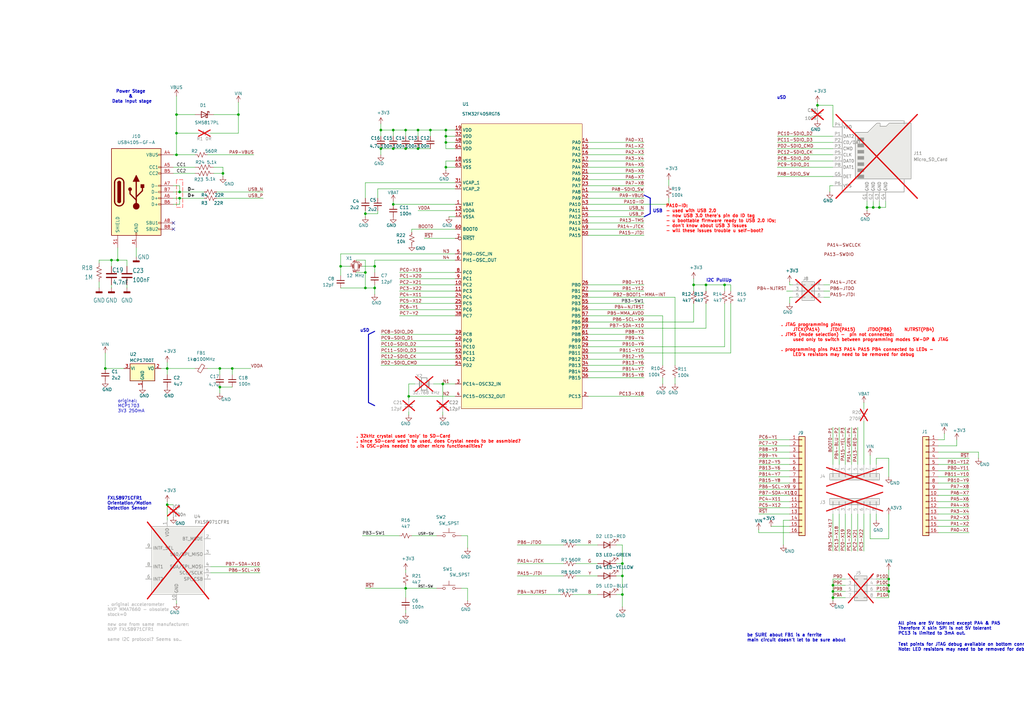
<source format=kicad_sch>
(kicad_sch (version 20250114) (generator "eeschema") (generator_version "9.0")
  (paper "A3")
  (text "I2C PullUp" (at 294.894 115.062 0) (effects (font (size 1.27 1.27) (thickness 0.254) (bold yes))))
  (text "Test points for JTAG debug available on bottom connector\nNote: LED resistors may need to be removed for debug (tbd)." (at 368.3 265.43 0) (effects (font (size 1.27 1.27) (thickness 0.254) (bold yes)) (justify left)))
  (text "USB" (at 269.748 86.614 0) (effects (font (size 1.27 1.27) (thickness 0.254) (bold yes))))
  (text "original:\nMCP1703 \n3V3 250mA" (at 48.26 166.624 0) (effects (font (size 1.27 1.27)) (justify left)))
  (text "All pins are 5V tolerant except PA4 & PA5\nTherefore X skin SPI is not 5V tolerant\nPC13 is limited to 3mA out." (at 368.3 257.81 0) (effects (font (size 1.27 1.27) (thickness 0.254) (bold yes)) (justify left)))
  (text "be SURE about FB1 is a ferrite\nmain circuit doesn't let to be sure about\n" (at 306.324 261.62 0) (effects (font (size 1.27 1.27) (thickness 0.254) (bold yes)) (justify left)))
  (text "uSD" (at 149.606 135.636 0) (effects (font (size 1.27 1.27) (thickness 0.254) (bold yes))))
  (text "PA10-ID: \n- used with USB 2.0\n- now USB 3.0 there's pin do ID tag\n- u boottable firmware ready to USB 2.0 IOs; \n- don't know about USB 3 issues\n- will these issues trouble u self-boot?" (at 273.05 89.662 0) (effects (font (size 1.27 1.27) (thickness 0.254) (bold yes)) (justify left)))
  (text "Power Stage \n& \nData Input stage" (at 54.102 39.624 0) (effects (font (size 1.27 1.27) (thickness 0.254) (bold yes))))
  (text ". JTAG programming pins:\n	JTCK(PA14)	JTDI(PA15)	JTDO(PB6)	NJTRST(PB4)\n. JTMS (mode selection) -  pin not connected: \n	used only to switch between programming modes SW-DP & JTAG\n\n. programming pins PA13 PA14 PA15 PB4 connected to LEDs - \n	LED's resistors may need to be removed for debug\n\n" (at 320.294 140.462 0) (effects (font (size 1.27 1.27) (thickness 0.254) (bold yes)) (justify left)))
  (text "FXLS8971CFR1\nOrientation/Motion\nDetection Sensor\n" (at 43.942 206.502 0) (effects (font (size 1.27 1.27) (thickness 0.254) (bold yes)) (justify left)))
  (text "uSD" (at 320.548 40.132 0) (effects (font (size 1.27 1.27) (thickness 0.254) (bold yes))))
  (text ". 32kHz crystal used 'only' to SD-Card\n. since SD-card won't be used, does Crystal needs to be assmbled?\n. is OSC-pins needed to other micro functionalities?\n" (at 146.05 181.102 0) (effects (font (size 1.27 1.27) (thickness 0.254) (bold yes)) (justify left)))
  (text ". original accelerometer\nNXP MMA7660 - obsolete \nstock=0\n\nnew one from same manufacturer:\nNXP FXLS8971CFR1\n\nsame I2C protocol? Seems so..\n" (at 43.942 255.27 0) (effects (font (size 1.27 1.27) (thickness 0.254) (bold yes)) (justify left)))
  (junction (at 355.6 85.09))
  (junction (at 284.48 116.84))
  (junction (at 90.17 151.13))
  (junction (at 139.7 109.22))
  (junction (at 149.86 87.63))
  (junction (at 161.29 83.82))
  (junction (at 255.27 231.14))
  (junction (at 72.39 54.61))
  (junction (at 156.21 60.96))
  (junction (at 90.17 158.75))
  (junction (at 45.72 106.68))
  (junction (at 167.64 162.56))
  (junction (at 73.66 81.28))
  (junction (at 255.27 243.84))
  (junction (at 149.86 118.11))
  (junction (at 182.88 53.34))
  (junction (at 91.44 71.12))
  (junction (at 68.58 207.01))
  (junction (at 358.14 85.09))
  (junction (at 171.45 53.34))
  (junction (at 95.25 151.13))
  (junction (at 171.45 60.96))
  (junction (at 364.49 242.57))
  (junction (at 182.88 68.58))
  (junction (at 289.56 116.84))
  (junction (at 156.21 53.34))
  (junction (at 72.39 63.5))
  (junction (at 364.49 237.49))
  (junction (at 182.88 55.88))
  (junction (at 43.18 151.13))
  (junction (at 166.37 60.96))
  (junction (at 153.67 109.22))
  (junction (at 161.29 53.34))
  (junction (at 176.53 53.34))
  (junction (at 341.63 245.11))
  (junction (at 68.58 151.13))
  (junction (at 97.79 46.99))
  (junction (at 182.88 58.42))
  (junction (at 341.63 242.57))
  (junction (at 161.29 60.96))
  (junction (at 166.37 241.3))
  (junction (at 181.61 157.48))
  (junction (at 341.63 240.03))
  (junction (at 335.28 43.18))
  (junction (at 153.67 118.11))
  (junction (at 72.39 46.99))
  (junction (at 149.86 111.76))
  (junction (at 73.66 78.74))
  (junction (at 166.37 53.34))
  (junction (at 48.26 106.68))
  (junction (at 297.18 116.84))
  (junction (at 364.49 240.03))
  (junction (at 360.68 85.09))
  (junction (at 255.27 236.22))
  (no_connect (at 71.12 91.44))
  (no_connect (at 71.12 93.98))
  (wire (pts (xy 335.28 43.18) (xy 341.63 43.18)))
  (wire (pts (xy 186.69 129.54) (xy 163.83 129.54)))
  (wire (pts (xy 182.88 66.04) (xy 186.69 66.04)))
  (wire (pts (xy 392.43 180.34) (xy 392.43 182.88)))
  (wire (pts (xy 340.36 121.92) (xy 337.82 121.92)))
  (wire (pts (xy 341.63 237.49) (xy 341.63 240.03)))
  (wire (pts (xy 86.36 234.95) (xy 106.68 234.95)))
  (wire (pts (xy 166.37 241.3) (xy 166.37 245.11)))
  (wire (pts (xy 241.3 132.08) (xy 284.48 132.08)))
  (wire (pts (xy 85.09 151.13) (xy 90.17 151.13)))
  (wire (pts (xy 355.6 82.55) (xy 355.6 85.09)))
  (wire (pts (xy 166.37 240.03) (xy 166.37 241.3)))
  (wire (pts (xy 311.15 217.17) (xy 311.15 218.44)))
  (wire (pts (xy 161.29 60.96) (xy 156.21 60.96)))
  (wire (pts (xy 341.63 237.49) (xy 346.71 237.49)))
  (wire (pts (xy 90.17 158.75) (xy 95.25 158.75)))
  (wire (pts (xy 241.3 124.46) (xy 264.16 124.46)))
  (wire (pts (xy 139.7 118.11) (xy 149.86 118.11)))
  (wire (pts (xy 186.69 119.38) (xy 163.83 119.38)))
  (wire (pts (xy 297.18 116.84) (xy 299.72 116.84)))
  (wire (pts (xy 176.53 53.34) (xy 176.53 55.88)))
  (wire (pts (xy 154.94 87.63) (xy 149.86 87.63)))
  (wire (pts (xy 384.81 187.96) (xy 397.51 187.96)))
  (wire (pts (xy 241.3 134.62) (xy 289.56 134.62)))
  (wire (pts (xy 384.81 208.28) (xy 397.51 208.28)))
  (wire (pts (xy 86.36 54.61) (xy 97.79 54.61)))
  (wire (pts (xy 341.63 242.57) (xy 346.71 242.57)))
  (wire (pts (xy 182.88 55.88) (xy 182.88 53.34)))
  (wire (pts (xy 284.48 116.84) (xy 289.56 116.84)))
  (wire (pts (xy 311.15 185.42) (xy 323.85 185.42)))
  (wire (pts (xy 72.39 46.99) (xy 72.39 54.61)))
  (wire (pts (xy 344.17 210.82) (xy 344.17 226.06)))
  (wire (pts (xy 48.26 106.68) (xy 52.07 106.68)) (stroke (width 0.1524)))
  (wire (pts (xy 156.21 50.8) (xy 156.21 53.34)))
  (wire (pts (xy 340.36 119.38) (xy 337.82 119.38)))
  (wire (pts (xy 212.09 231.14) (xy 231.14 231.14)))
  (wire (pts (xy 52.07 116.84) (xy 52.07 118.11)))
  (wire (pts (xy 167.64 157.48) (xy 170.18 157.48)))
  (wire (pts (xy 276.86 121.92) (xy 276.86 149.86)))
  (wire (pts (xy 241.3 96.52) (xy 264.16 96.52)))
  (wire (pts (xy 167.64 162.56) (xy 167.64 157.48)))
  (wire (pts (xy 341.63 76.2) (xy 340.36 76.2)))
  (wire (pts (xy 341.63 245.11) (xy 346.71 245.11)))
  (wire (pts (xy 355.6 85.09) (xy 355.6 86.36)))
  (wire (pts (xy 40.64 106.68) (xy 45.72 106.68)) (stroke (width 0.1524)))
  (wire (pts (xy 186.69 124.46) (xy 163.83 124.46)))
  (wire (pts (xy 311.15 193.04) (xy 323.85 193.04)))
  (wire (pts (xy 186.69 111.76) (xy 163.83 111.76)))
  (wire (pts (xy 97.79 46.99) (xy 87.63 46.99)))
  (wire (pts (xy 66.04 151.13) (xy 68.58 151.13)))
  (wire (pts (xy 341.63 175.26) (xy 341.63 190.5)))
  (wire (pts (xy 358.14 82.55) (xy 358.14 85.09)))
  (wire (pts (xy 341.63 240.03) (xy 341.63 242.57)))
  (wire (pts (xy 234.95 243.84) (xy 245.11 243.84)))
  (wire (pts (xy 149.86 87.63) (xy 149.86 88.9)))
  (wire (pts (xy 161.29 53.34) (xy 166.37 53.34)))
  (wire (pts (xy 166.37 241.3) (xy 179.07 241.3)))
  (wire (pts (xy 384.81 203.2) (xy 397.51 203.2)))
  (wire (pts (xy 189.23 219.71) (xy 191.77 219.71)))
  (wire (pts (xy 71.12 81.28) (xy 73.66 81.28)))
  (wire (pts (xy 161.29 83.82) (xy 186.69 83.82)))
  (wire (pts (xy 87.63 71.12) (xy 91.44 71.12)))
  (wire (pts (xy 311.15 195.58) (xy 323.85 195.58)))
  (wire (pts (xy 153.67 106.68) (xy 153.67 109.22)))
  (wire (pts (xy 384.81 218.44) (xy 397.51 218.44)))
  (wire (pts (xy 274.32 81.28) (xy 274.32 83.82)))
  (wire (pts (xy 311.15 180.34) (xy 323.85 180.34)))
  (wire (pts (xy 177.8 157.48) (xy 181.61 157.48)))
  (wire (pts (xy 146.05 111.76) (xy 149.86 111.76)))
  (wire (pts (xy 384.81 193.04) (xy 397.51 193.04)))
  (wire (pts (xy 323.85 115.57) (xy 323.85 116.84)))
  (wire (pts (xy 182.88 60.96) (xy 182.88 58.42)))
  (wire (pts (xy 276.86 154.94) (xy 276.86 157.48)))
  (wire (pts (xy 349.25 190.5) (xy 349.25 175.26)))
  (wire (pts (xy 241.3 93.98) (xy 264.16 93.98)))
  (wire (pts (xy 241.3 142.24) (xy 297.18 142.24)))
  (polyline (pts (xy 264.16 88.9) (xy 266.7 87.63)) (stroke (width 0.4)))
  (wire (pts (xy 299.72 116.84) (xy 299.72 119.38)))
  (wire (pts (xy 321.31 213.36) (xy 321.31 223.52)))
  (wire (pts (xy 335.28 41.91) (xy 335.28 43.18)))
  (wire (pts (xy 156.21 53.34) (xy 161.29 53.34)))
  (wire (pts (xy 341.63 245.11) (xy 341.63 246.38)))
  (wire (pts (xy 182.88 58.42) (xy 186.69 58.42)))
  (wire (pts (xy 241.3 129.54) (xy 271.78 129.54)))
  (wire (pts (xy 384.81 198.12) (xy 397.51 198.12)))
  (wire (pts (xy 168.91 93.98) (xy 186.69 93.98)))
  (wire (pts (xy 45.72 118.11) (xy 45.72 116.84)) (stroke (width 0.1524)))
  (wire (pts (xy 186.69 144.78) (xy 156.21 144.78)))
  (wire (pts (xy 182.88 53.34) (xy 186.69 53.34)))
  (wire (pts (xy 153.67 111.76) (xy 153.67 109.22)))
  (wire (pts (xy 341.63 72.39) (xy 318.77 72.39)))
  (wire (pts (xy 311.15 203.2) (xy 323.85 203.2)))
  (wire (pts (xy 387.35 177.8) (xy 387.35 180.34)))
  (wire (pts (xy 340.36 116.84) (xy 337.82 116.84)))
  (wire (pts (xy 40.64 115.57) (xy 40.64 118.11)) (stroke (width 0.1524)))
  (wire (pts (xy 176.53 53.34) (xy 182.88 53.34)))
  (wire (pts (xy 364.49 210.82) (xy 364.49 220.98)))
  (wire (pts (xy 71.12 76.2) (xy 73.66 76.2)))
  (wire (pts (xy 166.37 251.46) (xy 166.37 250.19)))
  (wire (pts (xy 73.66 81.28) (xy 83.82 81.28)))
  (wire (pts (xy 384.81 195.58) (xy 397.51 195.58)))
  (wire (pts (xy 241.3 91.44) (xy 264.16 91.44)))
  (wire (pts (xy 364.49 220.98) (xy 356.87 220.98)))
  (wire (pts (xy 45.72 106.68) (xy 45.72 109.22)) (stroke (width 0.1524)))
  (wire (pts (xy 52.07 106.68) (xy 52.07 109.22)) (stroke (width 0.1524)))
  (wire (pts (xy 241.3 78.74) (xy 264.16 78.74)))
  (wire (pts (xy 323.85 121.92) (xy 325.12 121.92)))
  (wire (pts (xy 212.09 243.84) (xy 229.87 243.84)))
  (wire (pts (xy 384.81 182.88) (xy 392.43 182.88)))
  (wire (pts (xy 384.81 210.82) (xy 397.51 210.82)))
  (wire (pts (xy 274.32 73.66) (xy 274.32 76.2)))
  (wire (pts (xy 321.31 213.36) (xy 323.85 213.36)))
  (wire (pts (xy 186.69 137.16) (xy 156.21 137.16)))
  (wire (pts (xy 181.61 168.91) (xy 181.61 170.18)))
  (wire (pts (xy 335.28 43.18) (xy 335.28 44.45)))
  (wire (pts (xy 341.63 210.82) (xy 341.63 226.06)))
  (wire (pts (xy 344.17 175.26) (xy 344.17 190.5)))
  (wire (pts (xy 341.63 58.42) (xy 318.77 58.42)))
  (polyline (pts (xy 151.13 137.16) (xy 151.13 165.1)) (stroke (width 0.4) (type solid)))
  (wire (pts (xy 186.69 127) (xy 163.83 127)))
  (wire (pts (xy 171.45 53.34) (xy 176.53 53.34)))
  (wire (pts (xy 360.68 85.09) (xy 358.14 85.09)))
  (wire (pts (xy 139.7 109.22) (xy 139.7 113.03)))
  (wire (pts (xy 88.9 78.74) (xy 107.95 78.74)))
  (wire (pts (xy 356.87 210.82) (xy 356.87 220.98)))
  (wire (pts (xy 359.41 242.57) (xy 364.49 242.57)))
  (wire (pts (xy 149.86 74.93) (xy 149.86 81.28)))
  (wire (pts (xy 241.3 147.32) (xy 264.16 147.32)))
  (wire (pts (xy 153.67 106.68) (xy 186.69 106.68)))
  (wire (pts (xy 356.87 190.5) (xy 356.87 186.69)))
  (wire (pts (xy 241.3 83.82) (xy 274.32 83.82)))
  (wire (pts (xy 359.41 237.49) (xy 364.49 237.49)))
  (wire (pts (xy 186.69 116.84) (xy 163.83 116.84)))
  (wire (pts (xy 241.3 154.94) (xy 264.16 154.94)))
  (wire (pts (xy 241.3 119.38) (xy 264.16 119.38)))
  (wire (pts (xy 153.67 120.65) (xy 153.67 118.11)))
  (wire (pts (xy 384.81 213.36) (xy 397.51 213.36)))
  (wire (pts (xy 255.27 243.84) (xy 255.27 248.92)))
  (wire (pts (xy 153.67 109.22) (xy 148.59 109.22)))
  (wire (pts (xy 153.67 116.84) (xy 153.67 118.11)))
  (wire (pts (xy 341.63 242.57) (xy 341.63 245.11)))
  (wire (pts (xy 97.79 41.91) (xy 97.79 46.99)))
  (wire (pts (xy 191.77 241.3) (xy 191.77 246.38)))
  (wire (pts (xy 364.49 237.49) (xy 364.49 240.03)))
  (wire (pts (xy 166.37 60.96) (xy 161.29 60.96)))
  (wire (pts (xy 68.58 148.59) (xy 68.58 151.13)))
  (wire (pts (xy 271.78 154.94) (xy 271.78 157.48)))
  (wire (pts (xy 182.88 66.04) (xy 182.88 68.58)))
  (wire (pts (xy 322.58 119.38) (xy 325.12 119.38)))
  (wire (pts (xy 341.63 63.5) (xy 318.77 63.5)))
  (wire (pts (xy 71.12 207.01) (xy 68.58 207.01)))
  (wire (pts (xy 176.53 60.96) (xy 171.45 60.96)))
  (wire (pts (xy 85.09 63.5) (xy 104.14 63.5)))
  (wire (pts (xy 168.91 95.25) (xy 168.91 93.98)))
  (wire (pts (xy 299.72 144.78) (xy 299.72 124.46)))
  (wire (pts (xy 241.3 86.36) (xy 264.16 86.36)))
  (wire (pts (xy 255.27 231.14) (xy 255.27 236.22)))
  (wire (pts (xy 384.81 180.34) (xy 387.35 180.34)))
  (wire (pts (xy 255.27 236.22) (xy 255.27 243.84)))
  (wire (pts (xy 363.22 82.55) (xy 363.22 85.09)))
  (wire (pts (xy 90.17 161.29) (xy 90.17 158.75)))
  (wire (pts (xy 73.66 81.28) (xy 73.66 83.82)))
  (wire (pts (xy 363.22 85.09) (xy 360.68 85.09)))
  (wire (pts (xy 241.3 116.84) (xy 264.16 116.84)))
  (polyline (pts (xy 153.67 166.37) (xy 151.13 165.1)) (stroke (width 0.4)))
  (wire (pts (xy 346.71 190.5) (xy 346.71 175.26)))
  (wire (pts (xy 241.3 71.12) (xy 264.16 71.12)))
  (wire (pts (xy 311.15 182.88) (xy 323.85 182.88)))
  (wire (pts (xy 311.15 210.82) (xy 323.85 210.82)))
  (wire (pts (xy 241.3 149.86) (xy 264.16 149.86)))
  (wire (pts (xy 241.3 127) (xy 264.16 127)))
  (wire (pts (xy 212.09 223.52) (xy 231.14 223.52)))
  (wire (pts (xy 284.48 132.08) (xy 284.48 124.46)))
  (wire (pts (xy 346.71 210.82) (xy 346.71 226.06)))
  (wire (pts (xy 252.73 223.52) (xy 255.27 223.52)))
  (wire (pts (xy 354.33 165.1) (xy 354.33 167.64)))
  (wire (pts (xy 384.81 205.74) (xy 397.51 205.74)))
  (wire (pts (xy 171.45 60.96) (xy 166.37 60.96)))
  (wire (pts (xy 167.64 168.91) (xy 167.64 170.18)))
  (wire (pts (xy 149.86 241.3) (xy 166.37 241.3)))
  (wire (pts (xy 271.78 129.54) (xy 271.78 149.86)))
  (wire (pts (xy 359.41 190.5) (xy 359.41 187.96)))
  (wire (pts (xy 241.3 144.78) (xy 299.72 144.78)))
  (wire (pts (xy 241.3 139.7) (xy 264.16 139.7)))
  (wire (pts (xy 149.86 74.93) (xy 186.69 74.93)))
  (wire (pts (xy 91.44 71.12) (xy 91.44 72.39)))
  (wire (pts (xy 241.3 73.66) (xy 264.16 73.66)))
  (wire (pts (xy 171.45 86.36) (xy 186.69 86.36)))
  (wire (pts (xy 91.44 68.58) (xy 91.44 71.12)))
  (wire (pts (xy 289.56 116.84) (xy 289.56 119.38)))
  (wire (pts (xy 154.94 77.47) (xy 186.69 77.47)))
  (wire (pts (xy 241.3 76.2) (xy 264.16 76.2)))
  (wire (pts (xy 311.15 187.96) (xy 323.85 187.96)))
  (wire (pts (xy 186.69 60.96) (xy 182.88 60.96)))
  (wire (pts (xy 316.23 215.9) (xy 323.85 215.9)))
  (wire (pts (xy 167.64 162.56) (xy 186.69 162.56)))
  (wire (pts (xy 241.3 137.16) (xy 264.16 137.16)))
  (wire (pts (xy 168.91 219.71) (xy 179.07 219.71)))
  (wire (pts (xy 72.39 63.5) (xy 80.01 63.5)))
  (wire (pts (xy 171.45 53.34) (xy 171.45 55.88)))
  (wire (pts (xy 68.58 205.74) (xy 68.58 207.01)))
  (wire (pts (xy 161.29 82.55) (xy 161.29 83.82)))
  (wire (pts (xy 311.15 190.5) (xy 323.85 190.5)))
  (wire (pts (xy 186.69 121.92) (xy 163.83 121.92)))
  (wire (pts (xy 72.39 54.61) (xy 72.39 63.5)))
  (wire (pts (xy 252.73 231.14) (xy 255.27 231.14)))
  (wire (pts (xy 181.61 157.48) (xy 186.69 157.48)))
  (wire (pts (xy 358.14 85.09) (xy 355.6 85.09)))
  (wire (pts (xy 68.58 153.67) (xy 68.58 151.13)))
  (wire (pts (xy 71.12 71.12) (xy 80.01 71.12)))
  (wire (pts (xy 284.48 116.84) (xy 284.48 119.38)))
  (wire (pts (xy 189.23 241.3) (xy 191.77 241.3)))
  (wire (pts (xy 40.64 106.68) (xy 40.64 107.95)) (stroke (width 0.1524)))
  (wire (pts (xy 241.3 81.28) (xy 264.16 81.28)))
  (wire (pts (xy 311.15 218.44) (xy 323.85 218.44)))
  (wire (pts (xy 289.56 116.84) (xy 297.18 116.84)))
  (wire (pts (xy 72.39 54.61) (xy 81.28 54.61)))
  (wire (pts (xy 255.27 223.52) (xy 255.27 231.14)))
  (wire (pts (xy 241.3 162.56) (xy 264.16 162.56)))
  (wire (pts (xy 71.12 68.58) (xy 80.01 68.58)))
  (wire (pts (xy 68.58 151.13) (xy 80.01 151.13)))
  (wire (pts (xy 297.18 116.84) (xy 297.18 119.38)))
  (wire (pts (xy 68.58 207.01) (xy 68.58 213.36)))
  (wire (pts (xy 72.39 39.37) (xy 72.39 46.99)))
  (wire (pts (xy 71.12 63.5) (xy 72.39 63.5)))
  (wire (pts (xy 55.88 101.6) (xy 55.88 105.41)))
  (wire (pts (xy 95.25 151.13) (xy 90.17 151.13)))
  (wire (pts (xy 48.26 101.6) (xy 48.26 106.68)))
  (wire (pts (xy 182.88 55.88) (xy 186.69 55.88)))
  (wire (pts (xy 146.05 106.68) (xy 149.86 106.68)))
  (wire (pts (xy 241.3 121.92) (xy 276.86 121.92)))
  (wire (pts (xy 156.21 63.5) (xy 156.21 60.96)))
  (wire (pts (xy 139.7 104.14) (xy 186.69 104.14)))
  (wire (pts (xy 186.69 149.86) (xy 156.21 149.86)))
  (wire (pts (xy 341.63 68.58) (xy 318.77 68.58)))
  (wire (pts (xy 354.33 190.5) (xy 354.33 172.72)))
  (wire (pts (xy 149.86 111.76) (xy 149.86 118.11)))
  (wire (pts (xy 166.37 233.68) (xy 166.37 234.95)))
  (wire (pts (xy 154.94 86.36) (xy 154.94 87.63)))
  (wire (pts (xy 191.77 219.71) (xy 191.77 224.79)))
  (wire (pts (xy 139.7 104.14) (xy 139.7 109.22)))
  (wire (pts (xy 359.41 240.03) (xy 364.49 240.03)))
  (polyline (pts (xy 264.16 80.01) (xy 266.7 81.28)) (stroke (width 0.4)))
  (wire (pts (xy 241.3 152.4) (xy 264.16 152.4)))
  (wire (pts (xy 351.79 190.5) (xy 351.79 175.26)))
  (wire (pts (xy 139.7 109.22) (xy 143.51 109.22)))
  (wire (pts (xy 341.63 66.04) (xy 318.77 66.04)))
  (polyline (pts (xy 153.67 135.89) (xy 151.13 137.16)) (stroke (width 0.4)))
  (wire (pts (xy 43.18 151.13) (xy 50.8 151.13)))
  (wire (pts (xy 284.48 114.3) (xy 284.48 116.84)))
  (wire (pts (xy 161.29 53.34) (xy 161.29 55.88)))
  (wire (pts (xy 241.3 88.9) (xy 264.16 88.9)))
  (wire (pts (xy 95.25 151.13) (xy 95.25 153.67)))
  (wire (pts (xy 184.15 88.9) (xy 186.69 88.9)))
  (wire (pts (xy 86.36 232.41) (xy 106.68 232.41)))
  (wire (pts (xy 186.69 114.3) (xy 163.83 114.3)))
  (wire (pts (xy 241.3 68.58) (xy 264.16 68.58)))
  (wire (pts (xy 311.15 208.28) (xy 323.85 208.28)))
  (wire (pts (xy 156.21 53.34) (xy 156.21 55.88)))
  (wire (pts (xy 43.18 144.78) (xy 43.18 151.13)))
  (wire (pts (xy 364.49 187.96) (xy 359.41 187.96)))
  (wire (pts (xy 340.36 76.2) (xy 340.36 78.74)))
  (wire (pts (xy 182.88 68.58) (xy 186.69 68.58)))
  (wire (pts (xy 241.3 63.5) (xy 264.16 63.5)))
  (wire (pts (xy 311.15 205.74) (xy 323.85 205.74)))
  (wire (pts (xy 97.79 54.61) (xy 97.79 46.99)))
  (wire (pts (xy 154.94 77.47) (xy 154.94 81.28)))
  (wire (pts (xy 80.01 46.99) (xy 72.39 46.99)))
  (wire (pts (xy 323.85 121.92) (xy 323.85 124.46)))
  (wire (pts (xy 167.64 162.56) (xy 167.64 163.83)))
  (wire (pts (xy 384.81 185.42) (xy 401.32 185.42)))
  (wire (pts (xy 73.66 76.2) (xy 73.66 78.74)))
  (wire (pts (xy 91.44 68.58) (xy 87.63 68.58)))
  (wire (pts (xy 149.86 106.68) (xy 149.86 111.76)))
  (wire (pts (xy 186.69 142.24) (xy 156.21 142.24)))
  (wire (pts (xy 181.61 157.48) (xy 181.61 163.83)))
  (wire (pts (xy 90.17 151.13) (xy 90.17 153.67)))
  (wire (pts (xy 173.99 97.79) (xy 186.69 97.79)))
  (wire (pts (xy 45.72 106.68) (xy 48.26 106.68)) (stroke (width 0.1524)))
  (wire (pts (xy 384.81 190.5) (xy 397.51 190.5)))
  (wire (pts (xy 384.81 215.9) (xy 397.51 215.9)))
  (wire (pts (xy 71.12 78.74) (xy 73.66 78.74)))
  (wire (pts (xy 186.69 147.32) (xy 156.21 147.32)))
  (wire (pts (xy 186.69 139.7) (xy 156.21 139.7)))
  (wire (pts (xy 364.49 240.03) (xy 364.49 242.57)))
  (wire (pts (xy 241.3 58.42) (xy 264.16 58.42)))
  (wire (pts (xy 401.32 185.42) (xy 401.32 187.96)))
  (wire (pts (xy 289.56 134.62) (xy 289.56 124.46)))
  (wire (pts (xy 341.63 52.07) (xy 341.63 43.18)))
  (wire (pts (xy 236.22 231.14) (xy 245.11 231.14)))
  (wire (pts (xy 212.09 236.22) (xy 231.14 236.22)))
  (wire (pts (xy 297.18 142.24) (xy 297.18 124.46)))
  (wire (pts (xy 311.15 198.12) (xy 323.85 198.12)))
  (wire (pts (xy 364.49 233.68) (xy 364.49 237.49)))
  (wire (pts (xy 364.49 242.57) (xy 364.49 245.11)))
  (wire (pts (xy 71.12 83.82) (xy 73.66 83.82)))
  (wire (pts (xy 241.3 66.04) (xy 264.16 66.04)))
  (wire (pts (xy 349.25 210.82) (xy 349.25 226.06)))
  (wire (pts (xy 252.73 236.22) (xy 255.27 236.22)))
  (wire (pts (xy 236.22 236.22) (xy 245.11 236.22)))
  (wire (pts (xy 311.15 200.66) (xy 323.85 200.66)))
  (wire (pts (xy 182.88 68.58) (xy 182.88 69.85)))
  (wire (pts (xy 252.73 243.84) (xy 255.27 243.84)))
  (wire (pts (xy 241.3 60.96) (xy 264.16 60.96)))
  (wire (pts (xy 341.63 240.03) (xy 346.71 240.03)))
  (wire (pts (xy 359.41 210.82) (xy 359.41 213.36)))
  (wire (pts (xy 360.68 82.55) (xy 360.68 85.09)))
  (wire (pts (xy 364.49 195.58) (xy 364.49 187.96)))
  (wire (pts (xy 341.63 60.96) (xy 318.77 60.96)))
  (wire (pts (xy 341.63 55.88) (xy 318.77 55.88)))
  (polyline (pts (xy 266.7 81.28) (xy 266.7 87.63)) (stroke (width 0.4) (type solid)))
  (wire (pts (xy 323.85 116.84) (xy 325.12 116.84)))
  (wire (pts (xy 354.33 210.82) (xy 354.33 226.06)))
  (wire (pts (xy 149.86 118.11) (xy 153.67 118.11)))
  (wire (pts (xy 166.37 53.34) (xy 171.45 53.34)))
  (wire (pts (xy 236.22 223.52) (xy 245.11 223.52)))
  (wire (pts (xy 351.79 210.82) (xy 351.79 226.06)))
  (wire (pts (xy 148.59 219.71) (xy 163.83 219.71)))
  (wire (pts (xy 166.37 53.34) (xy 166.37 55.88)))
  (wire (pts (xy 88.9 81.28) (xy 107.95 81.28)))
  (wire (pts (xy 149.86 86.36) (xy 149.86 87.63)))
  (wire (pts (xy 359.41 245.11) (xy 364.49 245.11)))
  (wire (pts (xy 384.81 200.66) (xy 397.51 200.66)))
  (wire (pts (xy 73.66 78.74) (xy 83.82 78.74)))
  (wire (pts (xy 182.88 58.42) (xy 182.88 55.88)))
  (wire (pts (xy 95.25 151.13) (xy 102.87 151.13)))
  (wire (pts (xy 72.39 247.65) (xy 72.39 246.38)))
  (label "PB0-Y11" (at 264.16 116.84 180))
  (label "PC11-SDIO_D3" (at 318.77 58.42 0))
  (label "PC12-SDIO_CK" (at 318.77 63.5 0) (effects (font (thickness 0.1588))))
  (label "PC10-SDIO_D2" (at 318.77 55.88 0))
  (label "PB8-Y3" (at 311.15 185.42 0))
  (label "P10A" (at 364.49 245.11 180))
  (label "PB7-SDA-X10" (at 264.16 134.62 180))
  (label "PD2-SDIO_CMD" (at 318.77 60.96 0) (effects (font (thickness 0.1588))))
  (label "P10D" (at 364.49 237.49 180))
  (label "PC4-X11" (at 163.83 121.92 0))
  (label "PC3-X22" (at 354.33 226.06 90))
  (label "N4" (at 181.61 106.68 0))
  (label "P9B" (at 341.63 242.57 0))
  (label "PB15-Y8" (at 311.15 198.12 0))
  (label "PB7-SDA-X10" (at 106.68 232.41 180))
  (label "D+" (at 80.01 81.28 180) (effects (font (thickness 0.254) (bold yes))))
  (label "PB14-Y7" (at 311.15 195.58 0))
  (label "PA2-X3" (at 264.16 63.5 180))
  (label "PC3-X22" (at 163.83 119.38 0))
  (label "PB11-Y10" (at 264.16 144.78 180))
  (label "PA6-X7" (at 397.51 203.2 180))
  (label "P9D" (at 341.63 237.49 0))
  (label "P9C" (at 341.63 240.03 0))
  (label "PB14-Y7" (at 264.16 152.4 180))
  (label "PB10-Y9" (at 264.16 142.24 180))
  (label "D-" (at 80.01 78.74 180) (effects (font (thickness 0.254) (bold yes))))
  (label "USB_P" (at 264.16 88.9 180))
  (label "PA5-X6" (at 397.51 205.74 180))
  (label "PB4-NJTRST" (at 322.58 119.38 180))
  (label "PB13-Y6" (at 264.16 149.86 180))
  (label "PB4-BLU-P2" (at 344.17 175.26 270))
  (label "PA7-X8" (at 264.16 76.2 180))
  (label "~{RST}" (at 173.99 97.79 0))
  (label "N1" (at 181.61 157.48 0))
  (label "PA5-X6" (at 264.16 71.12 180))
  (label "PB3-SW1" (at 148.59 219.71 0))
  (label "USB_N" (at 264.16 86.36 180))
  (label "PB10-Y9" (at 397.51 198.12 180))
  (label "PC4-X11" (at 311.15 205.74 0))
  (label "PB9-Y4" (at 311.15 187.96 0))
  (label "PB4-NJTRST" (at 212.09 243.84 0))
  (label "PB0-Y11" (at 397.51 193.04 180))
  (label "PA1-X2" (at 264.16 60.96 180))
  (label "PB4-NJTRST" (at 264.16 127 180))
  (label "PB6-JTDO" (at 212.09 223.52 0))
  (label "PC6-Y1" (at 163.83 127 0))
  (label "PA3-X4" (at 264.16 66.04 180))
  (label "~{RST}" (at 149.86 241.3 0))
  (label "PC8-SDIO_D0" (at 156.21 137.16 0))
  (label "USB_P" (at 107.95 81.28 180))
  (label "BOOT0" (at 171.45 93.98 0))
  (label "PC13-X18" (at 264.16 162.56 180) (effects (font (thickness 0.1588))))
  (label "BOOT0-P1" (at 341.63 175.26 270))
  (label "VDDA" (at 171.45 86.36 0))
  (label "PB6-SCL-X9" (at 311.15 200.66 0))
  (label "PC5-X12" (at 311.15 208.28 0))
  (label "G" (at 242.57 231.14 180))
  (label "PB12-Y5" (at 311.15 190.5 0))
  (label "PC1-X20" (at 349.25 226.06 90))
  (label "PA0-X1" (at 264.16 58.42 180))
  (label "VDDA" (at 102.87 151.13 0))
  (label "PA8-SDIO_SW" (at 264.16 78.74 180))
  (label "PB6-JTDO" (at 340.36 119.38 0))
  (label "~{RST}" (at 397.51 187.96 180))
  (label "PA14-JTCK" (at 212.09 231.14 0))
  (label "P9A" (at 341.63 245.11 0))
  (label "PC8-SDIO_D0" (at 318.77 66.04 0))
  (label "PC2-X21" (at 163.83 116.84 0))
  (label "PA14-SWCLCK" (at 339.09 101.6 0))
  (label "PA4-X5" (at 397.51 208.28 180))
  (label "USB_N" (at 107.95 78.74 180))
  (label "PA7-X8" (at 397.51 200.66 180))
  (label "P10C" (at 364.49 240.03 180))
  (label "N3" (at 181.61 104.14 0))
  (label "RST-SW" (at 171.45 241.3 0) (effects (font (size 1 1))))
  (label "PA15-JTDI" (at 264.16 96.52 180))
  (label "P10B" (at 364.49 242.57 180))
  (label "PB6-SCL-X9" (at 106.68 234.95 180))
  (label "PA3-X4" (at 397.51 210.82 180))
  (label "PB3-SW1" (at 264.16 124.46 180))
  (label "PC12-SDIO_CK" (at 156.21 147.32 0) (effects (font (thickness 0.1588))))
  (label "PC7-Y2" (at 163.83 129.54 0))
  (label "PA9-VBUS" (at 264.16 81.28 180))
  (label "PC10-SDIO_D2" (at 156.21 142.24 0))
  (label "~{RST}" (at 311.15 210.82 0))
  (label "PB7-SDA-X10" (at 311.15 203.2 0))
  (label "PA13-SWDIO" (at 337.82 105.41 0))
  (label "PC9-SDIO_D1" (at 156.21 139.7 0))
  (label "CC2" (at 72.39 71.12 0))
  (label "CC1" (at 72.39 68.58 0))
  (label "PC11-SDIO_D3" (at 156.21 144.78 0))
  (label "PB9-Y4" (at 264.16 139.7 180))
  (label "PC7-Y2" (at 311.15 182.88 0))
  (label "PA10-ID" (at 264.16 83.82 180))
  (label "PB11-Y10" (at 397.51 195.58 180))
  (label "PA1-X2" (at 397.51 215.9 180))
  (label "PA9-VBUS" (at 104.14 63.5 180))
  (label "PA8-SDIO_SW" (at 318.77 72.39 0))
  (label "Y" (at 242.57 236.22 180))
  (label "PA15-JTDI" (at 340.36 121.92 0))
  (label "PA6-X7" (at 264.16 73.66 180))
  (label "PA15-YEL-P3" (at 346.71 175.26 270))
  (label "PC9-SDIO_D1" (at 318.77 68.58 0))
  (label "PB1-Y12" (at 264.16 119.38 180))
  (label "PA15-JTDI" (at 212.09 236.22 0))
  (label "PC13-X18" (at 344.17 226.06 90))
  (label "PB8-Y3" (at 264.16 137.16 180))
  (label "PB6-SCL-X9" (at 264.16 132.08 180))
  (label "PC0-X19" (at 346.71 226.06 90))
  (label "N2" (at 181.61 162.56 0))
  (label "PD2-SDIO_CMD" (at 156.21 149.86 0) (effects (font (thickness 0.1588))))
  (label "PC5-X12" (at 163.83 124.46 0))
  (label "PA4-X5" (at 264.16 68.58 180))
  (label "R" (at 242.57 223.52 180))
  (label "PC6-Y1" (at 311.15 180.34 0))
  (label "PB1-Y12" (at 397.51 190.5 180))
  (label "PB12-Y5" (at 264.16 147.32 180))
  (label "PC1-X20" (at 163.83 114.3 0))
  (label "PA14-JTCK" (at 340.36 116.84 0))
  (label "PB5-MMA_AVDD" (at 264.16 129.54 180))
  (label "USR-SW" (at 171.45 219.71 0) (effects (font (size 1 1))))
  (label "PA13-TMS" (at 264.16 91.44 180))
  (label "PA14-GRN-P4" (at 349.25 175.26 270))
  (label "PC0-X19" (at 163.83 111.76 0))
  (label "PB3-SW-X17" (at 341.63 226.06 90))
  (label "PB2-BOOT1-MMA-INT" (at 273.05 121.92 180))
  (label "PB15-Y8" (at 264.16 154.94 180))
  (label "PC2-X21" (at 351.79 226.06 90))
  (label "B" (at 242.57 243.84 180))
  (label "PA13-RED-P5" (at 351.79 175.26 270))
  (label "PA14-JTCK" (at 264.16 93.98 180))
  (label "PA2-X3" (at 397.51 213.36 180))
  (label "PA0-X1" (at 397.51 218.44 180))
  (label "PB13-Y6" (at 311.15 193.04 0))
  (rule_area (polyline (pts (xy 72.39 73.66) (xy 72.39 85.09) (xy 74.93 85.09) (xy 74.93 73.66)) (stroke (width 0) (type dash))))
  (symbol (lib_id "power:GND") (at 191.77 246.38 0) (mirror y) (unit 1)
    (property "Reference" "#PWR048" (effects (hide yes)))
    (property "Value" "GND" (at 191.008 249.936 0))
    (property "Description" "Power symbol creates a global label with name \"GND\" , ground" (effects (hide yes)))
  )
  (symbol (lib_id "power:+3V3") (at 68.58 205.74 0) (unit 1)
    (property "Reference" "#PWR014" (effects (hide yes)))
    (property "Value" "+3V3" (at 69.596 201.168 0))
    (property "Description" "Power symbol creates a global label with name \"+3V3\"" (effects (hide yes)))
  )
  (symbol (lib_id "power:GND") (at 191.77 224.79 0) (mirror y) (unit 1)
    (property "Reference" "#PWR020" (effects (hide yes)))
    (property "Value" "GND" (at 191.008 228.346 0))
    (property "Description" "Power symbol creates a global label with name \"GND\" , ground" (effects (hide yes)))
  )
  (symbol (lib_id "power:GND") (at 271.78 157.48 0) (mirror y) (unit 1)
    (property "Reference" "#PWR017" (effects (hide yes)))
    (property "Value" "GND" (at 271.018 161.036 0))
    (property "Description" "Power symbol creates a global label with name \"GND\" , ground" (effects (hide yes)))
  )
  (symbol (lib_id "power:GND") (at 90.17 161.29 0) (mirror y) (unit 1)
    (property "Reference" "#PWR034" (effects (hide yes)))
    (property "Value" "GND" (at 92.71 163.83 0))
    (property "Description" "Power symbol creates a global label with name \"GND\" , ground" (effects (hide yes)))
  )
  (symbol (lib_id "power:+3V3") (at 323.85 115.57 0) (unit 1)
    (property "Reference" "#PWR013" (effects (hide yes)))
    (property "Value" "+3V3" (at 324.866 110.998 0))
    (property "Description" "Power symbol creates a global label with name \"+3V3\"" (effects (hide yes)))
  )
  (symbol (lib_id "Device:R_US") (at 40.64 111.76 0) (mirror x) (unit 1)
    (property "Reference" "R18" (at 38.1 109.855 0) (effects (font (size 1.778 1.5113)) (justify right)))
    (property "Value" "1M" (at 38.1 113.665 0) (effects (font (size 1.778 1.5113)) (justify right)))
    (property "Footprint" "Resistor_SMD:R_0402_1005Metric" (effects (hide yes)))
    (property "MPN" "CRCW04021M00FKED" (effects (hide yes)))
    (property "OEPSPN" "OEPS020026" (effects (hide yes)))
  )
  (symbol (lib_id "Device:C_Small") (at 176.53 58.42 0) (mirror y) (unit 1)
    (property "Reference" "C12" (at 176.276 56.642 0) (effects (justify left)))
    (property "Value" "100n" (at 176.276 59.944 0) (effects (justify left)))
    (property "Footprint" "Capacitor_SMD:C_0402_1005Metric" (effects (hide yes)))
    (property "Description" "Unpolarized capacitor, small symbol" (effects (hide yes)))
    (property "MPN" "CGA2B3X7R1H104K050BB" (effects (hide yes)))
    (property "OEPSPN" "OEPS010016" (effects (hide yes)))
  )
  (symbol (lib_id "Device:R_Small_US") (at 233.68 231.14 90) (unit 1)
    (property "Reference" "R7" (at 231.394 229.616 90))
    (property "Value" "560R" (at 235.712 229.616 90))
    (property "Footprint" "Resistor_SMD:R_0402_1005Metric" (effects (hide yes)))
    (property "Description" "Resistor, small US symbol" (effects (hide yes)))
    (property "MPN" "CRCW0402560RFKED" (effects (hide yes)))
    (property "OEPSPN" "OEPS020193" (effects (hide yes)))
  )
  (symbol (lib_id "Device:R_Small_US") (at 233.68 236.22 90) (unit 1)
    (property "Reference" "R8" (at 231.394 234.696 90))
    (property "Value" "560R" (at 235.712 234.696 90))
    (property "Footprint" "Resistor_SMD:R_0402_1005Metric" (effects (hide yes)))
    (property "Description" "Resistor, small US symbol" (effects (hide yes)))
    (property "MPN" "CRCW0402560RFKED" (effects (hide yes)))
    (property "OEPSPN" "OEPS020193" (effects (hide yes)))
  )
  (symbol (lib_id "power:GND") (at 321.31 223.52 0) (mirror y) (unit 1)
    (property "Reference" "#PWR035" (effects (hide yes)))
    (property "Value" "GND" (at 323.85 226.06 0))
    (property "Description" "Power symbol creates a global label with name \"GND\" , ground" (effects (hide yes)))
  )
  (symbol (lib_id "Device:R_Small_US") (at 83.82 54.61 90) (mirror x) (unit 1) (in_bom no) (dnp yes)
    (property "Reference" "R1" (at 83.312 56.896 90) (effects (justify left)))
    (property "Value" "0R" (at 86.868 56.896 90) (effects (justify left)))
    (property "Footprint" "Resistor_SMD:R_0402_1005Metric" (effects (hide yes)))
    (property "Description" "Resistor, small US symbol" (effects (hide yes)))
    (property "MPN" "RC0402JR-070RL" (effects (hide yes)))
    (property "OEPSPN" "OEPS020001" (effects (hide yes)))
  )
  (symbol (lib_id "Device:C_Small") (at 166.37 247.65 0) (unit 1)
    (property "Reference" "C6" (at 168.91 246.3862 0) (effects (justify left)))
    (property "Value" "100n" (at 168.91 248.9262 0) (effects (justify left)))
    (property "Footprint" "Capacitor_SMD:C_0402_1005Metric" (effects (hide yes)))
    (property "Description" "Unpolarized capacitor, small symbol" (effects (hide yes)))
    (property "MPN" "CGA2B3X7R1H104K050BB" (effects (hide yes)))
    (property "OEPSPN" "OEPS010016" (effects (hide yes)))
  )
  (symbol (lib_id "power:GND") (at 364.49 195.58 0) (mirror y) (unit 1)
    (property "Reference" "#PWR042" (effects (hide yes)))
    (property "Value" "GND" (at 367.03 198.12 0))
    (property "Description" "Power symbol creates a global label with name \"GND\" , ground" (effects (hide yes)))
  )
  (symbol (lib_id "Device:R_Small_US") (at 166.37 219.71 90) (unit 1)
    (property "Reference" "R16" (at 166.37 213.36 90))
    (property "Value" "4k7" (at 166.37 215.9 90))
    (property "Footprint" "Resistor_SMD:R_0402_1005Metric" (effects (hide yes)))
    (property "Description" "Resistor, small US symbol" (effects (hide yes)))
    (property "MPN" "CRCW04021M00FKED" (effects (hide yes)))
    (property "OEPSPN" "OEPS020026" (effects (hide yes)))
  )
  (symbol (lib_id "power:+3V3") (at 166.37 233.68 0) (unit 1)
    (property "Reference" "#PWR049" (effects (hide yes)))
    (property "Value" "+3V3" (at 167.386 229.108 0))
    (property "Description" "Power symbol creates a global label with name \"+3V3\"" (effects (hide yes)))
  )
  (symbol (lib_id "Switch:SW_Push") (at 184.15 241.3 0) (unit 1)
    (property "Reference" "SW1" (at 185.674 233.426 0) (effects (justify right)))
    (property "Value" "SW_SPST" (at 192.786 235.712 0) (effects (justify right)))
    (property "Footprint" "Button_Switch_SMD:SW_SPST_TL3305B" (effects (hide yes)))
    (property "Description" "Push button switch" (effects (hide yes)))
    (property "MPN" "TL3305BF260QG" (effects (hide yes)))
    (property "OEPSPN" "OEPS100061" (effects (hide yes)))
  )
  (symbol (lib_id "power:GND") (at 161.29 88.9 0) (mirror y) (unit 1)
    (property "Reference" "#PWR029" (effects (hide yes)))
    (property "Value" "GND" (at 160.528 92.456 0))
    (property "Description" "Power symbol creates a global label with name \"GND\" , ground" (effects (hide yes)))
  )
  (symbol (lib_id "Device:C_Small") (at 161.29 58.42 0) (mirror y) (unit 1)
    (property "Reference" "C15" (at 161.036 56.642 0) (effects (justify left)))
    (property "Value" "100n" (at 161.036 59.944 0) (effects (justify left)))
    (property "Footprint" "Capacitor_SMD:C_0402_1005Metric" (effects (hide yes)))
    (property "Description" "Unpolarized capacitor, small symbol" (effects (hide yes)))
    (property "MPN" "CGA2B3X7R1H104K050BB" (effects (hide yes)))
    (property "OEPSPN" "OEPS010016" (effects (hide yes)))
  )
  (symbol (lib_id "power:GNDD") (at 45.72 118.11 0) (mirror y) (unit 1)
    (property "Reference" "#GND6" (effects (hide yes)))
    (property "Value" "GND" (at 45.72 123.19 0) (effects (font (size 1.778 1.5113))))
  )
  (symbol (lib_id "Connector_Generic:Conn_01x08") (at 349.25 205.74 90) (unit 1) (in_bom no) (on_board no) (dnp yes)
    (property "Reference" "J3" (at 338.582 205.994 90) (effects (justify left)))
    (property "Value" "Conn_01x08" (effects (hide yes)))
    (property "Footprint" "Connector_PinHeader_2.54mm:PinHeader_1x08_P2.54mm_Vertical" (effects (hide yes)))
    (property "Description" "Generic connector, single row, 01x08, script generated (kicad-library-utils/schlib/autogen/connector/)" (effects (hide yes)))
    (property "MPN" "CES-116-01-T-S" (effects (hide yes)))
    (property "OEPSPN" "OEPS070110" (effects (hide yes)))
  )
  (symbol (lib_id "power:GND") (at 359.41 213.36 0) (mirror y) (unit 1)
    (property "Reference" "#PWR044" (effects (hide yes)))
    (property "Value" "GND" (at 360.172 217.424 0))
    (property "Description" "Power symbol creates a global label with name \"GND\" , ground" (effects (hide yes)))
  )
  (symbol (lib_id "power:GND") (at 355.6 86.36 0) (mirror y) (unit 1)
    (property "Reference" "#PWR053" (effects (hide yes)))
    (property "Value" "GND" (at 354.838 89.916 0))
    (property "Description" "Power symbol creates a global label with name \"GND\" , ground" (effects (hide yes)))
  )
  (symbol (lib_id "power:GND") (at 156.21 63.5 0) (mirror y) (unit 1)
    (property "Reference" "#PWR047" (effects (hide yes)))
    (property "Value" "GND" (at 155.448 67.056 0))
    (property "Description" "Power symbol creates a global label with name \"GND\" , ground" (effects (hide yes)))
  )
  (symbol (lib_id "power:GND") (at 72.39 247.65 0) (mirror y) (unit 1)
    (property "Reference" "#PWR012" (effects (hide yes)))
    (property "Value" "GND" (at 71.628 251.206 0))
    (property "Description" "Power symbol creates a global label with name \"GND\" , ground" (effects (hide yes)))
  )
  (symbol (lib_id "power:GND") (at 181.61 170.18 0) (unit 1)
    (property "Reference" "#PWR058" (effects (hide yes)))
    (property "Value" "GND" (at 182.372 173.736 0))
    (property "Description" "Power symbol creates a global label with name \"GND\" , ground" (effects (hide yes)))
  )
  (symbol (lib_id "Device:LED") (at 248.92 223.52 180) (unit 1)
    (property "Reference" "D2" (at 245.618 219.964 0))
    (property "Value" "LED-RED" (at 252.222 219.964 0))
    (property "Footprint" "LED_SMD:LED_0603_1608Metric" (effects (hide yes)))
    (property "Description" "Light emitting diode" (effects (hide yes)))
    (property "MPN" "5975004407F" (effects (hide yes)))
    (property "OEPSPN" "OEPS030006" (effects (hide yes)))
  )
  (symbol (lib_id "Device:R_Small_US") (at 297.18 121.92 0) (mirror y) (unit 1)
    (property "Reference" "R14" (at 296.164 120.65 0) (effects (justify left)))
    (property "Value" "4k7" (at 296.164 123.19 0) (effects (justify left)))
    (property "Footprint" "Resistor_SMD:R_0402_1005Metric" (effects (hide yes)))
    (property "Description" "Resistor, small US symbol" (effects (hide yes)))
    (property "MPN" "CRCW04021M00FKED" (effects (hide yes)))
    (property "OEPSPN" "OEPS020026" (effects (hide yes)))
  )
  (symbol (lib_id "Device:C_Small") (at 171.45 58.42 0) (mirror y) (unit 1)
    (property "Reference" "C13" (at 171.196 56.642 0) (effects (justify left)))
    (property "Value" "100n" (at 171.196 59.944 0) (effects (justify left)))
    (property "Footprint" "Capacitor_SMD:C_0402_1005Metric" (effects (hide yes)))
    (property "Description" "Unpolarized capacitor, small symbol" (effects (hide yes)))
    (property "MPN" "CGA2B3X7R1H104K050BB" (effects (hide yes)))
    (property "OEPSPN" "OEPS010016" (effects (hide yes)))
  )
  (symbol (lib_id "Device:D_Schottky") (at 83.82 46.99 0) (mirror y) (unit 1)
    (property "Reference" "D1" (at 83.312 43.18 0))
    (property "Value" "SM5817PL" (at 84.836 50.292 0))
    (property "Footprint" "Diode_SMD:D_SOD-123F" (effects (hide yes)))
    (property "Description" "Schottky diode" (effects (hide yes)))
    (property "MPN" "SM5817PL-TP" (effects (hide yes)))
    (property "OEPSPN" "OEPS030030" (effects (hide yes)))
    (property "notes" "original part: 1N5819" (effects (hide yes)))
  )
  (symbol (lib_id "power:GND") (at 58.42 158.75 0) (unit 1)
    (property "Reference" "#PWR01" (effects (hide yes)))
    (property "Value" "GND" (at 59.182 162.306 0))
    (property "Description" "Power symbol creates a global label with name \"GND\" , ground" (effects (hide yes)))
  )
  (symbol (lib_id "PyBoard SymbLib:microSD Card") (at 345.44 62.23 0) (unit 1) (in_bom no) (on_board no) (dnp yes)
    (property "Reference" "J11" (at 374.65 62.8649 0) (effects (justify left)))
    (property "Value" "Micro_SD_Card" (at 374.65 65.4049 0) (effects (justify left)))
    (property "Footprint" "MicroPython FootprintLib:47571-0001_MOL" (effects (hide yes)))
    (property "Datasheet" "https://www.molex.com/en-us/products/part-detail-pdf/475710001?display=pdf" (effects (hide yes)))
    (property "Description" "Micro SD Card Socket" (effects (hide yes)))
    (property "MPN" "475710001" (effects (hide yes)))
    (property "OEPSPN" "OEPS070078" (effects (hide yes)))
  )
  (symbol (lib_id "MicroPython SymbLib:FXLS8971CFR1") (at 72.39 224.79 0) (mirror y) (unit 1) (in_bom no) (on_board no) (dnp yes)
    (property "Reference" "U4" (at 82.296 211.836 0) (effects (justify left)))
    (property "Value" "FXLS8971CFR1" (at 94.234 214.122 0) (effects (justify left)))
    (property "Footprint" "MicroPython FootprintLib:LQFN-12-3x3mm_P0.65mm" (effects (hide yes)))
    (property "Description" "3-Axis Orientation/Motion Detection Sensor" (effects (hide yes)))
    (property "MPN" "FXLS8971CFR1" (effects (hide yes)))
    (property "OEPSPN" "n.a." (effects (hide yes)))
  )
  (symbol (lib_id "Device:C_Small") (at 156.21 58.42 0) (mirror y) (unit 1)
    (property "Reference" "C16" (at 155.956 56.642 0) (effects (justify left)))
    (property "Value" "4.7u" (at 155.956 59.944 0) (effects (justify left)))
    (property "Footprint" "Capacitor_SMD:C_0603_1608Metric" (effects (hide yes)))
    (property "Description" "Unpolarized capacitor, small symbol" (effects (hide yes)))
    (property "MPN" "C1608X6S1C475K080AC" (effects (hide yes)))
    (property "OEPSPN" "OEPS010018" (effects (hide yes)))
  )
  (symbol (lib_id "Device:R_Small_US") (at 299.72 121.92 0) (mirror y) (unit 1)
    (property "Reference" "R15" (at 302.26 120.6499 0) (effects (justify right)))
    (property "Value" "4k7" (at 302.26 123.1899 0) (effects (justify right)))
    (property "Footprint" "Resistor_SMD:R_0402_1005Metric" (effects (hide yes)))
    (property "Description" "Resistor, small US symbol" (effects (hide yes)))
    (property "MPN" "CRCW04021M00FKED" (effects (hide yes)))
    (property "OEPSPN" "OEPS020026" (effects (hide yes)))
  )
  (symbol (lib_id "power:+3V3") (at 274.32 73.66 0) (unit 1)
    (property "Reference" "#PWR025" (effects (hide yes)))
    (property "Value" "+3V3" (at 275.336 69.088 0))
    (property "Description" "Power symbol creates a global label with name \"+3V3\"" (effects (hide yes)))
  )
  (symbol (lib_id "power:GND") (at 335.28 49.53 0) (mirror y) (unit 1)
    (property "Reference" "#PWR055" (effects (hide yes)))
    (property "Value" "GND" (at 334.518 53.086 0))
    (property "Description" "Power symbol creates a global label with name \"GND\" , ground" (effects (hide yes)))
  )
  (symbol (lib_id "power:GND") (at 401.32 187.96 0) (mirror y) (unit 1)
    (property "Reference" "#PWR040" (effects (hide yes)))
    (property "Value" "GND" (at 403.86 190.5 0))
    (property "Description" "Power symbol creates a global label with name \"GND\" , ground" (effects (hide yes)))
  )
  (symbol (lib_id "power:+5V") (at 161.29 82.55 0) (unit 1)
    (property "Reference" "#PWR07" (effects (hide yes)))
    (property "Value" "VBAT" (at 161.29 78.994 0))
    (property "Description" "Power symbol creates a global label with name \"+5V\"" (effects (hide yes)))
  )
  (symbol (lib_id "Device:R_Small_US") (at 271.78 152.4 0) (mirror y) (unit 1)
    (property "Reference" "R10" (at 270.764 151.13 0) (effects (justify left)))
    (property "Value" "100k" (at 270.764 153.67 0) (effects (justify left)))
    (property "Footprint" "Resistor_SMD:R_0402_1005Metric" (effects (hide yes)))
    (property "Description" "Resistor, small US symbol" (effects (hide yes)))
    (property "MPN" "AC0402FR-07100KL" (effects (hide yes)))
    (property "OEPSPN" "OEPS020051" (effects (hide yes)))
  )
  (symbol (lib_id "Connector_Generic:Conn_01x08") (at 349.25 195.58 90) (mirror x) (unit 1) (in_bom no) (on_board no) (dnp yes)
    (property "Reference" "J4" (at 338.582 195.326 90) (effects (justify left)))
    (property "Value" "Conn_01x08" (effects (hide yes)))
    (property "Footprint" "Connector_PinHeader_2.54mm:PinHeader_1x08_P2.54mm_Vertical" (effects (hide yes)))
    (property "Description" "Generic connector, single row, 01x08, script generated (kicad-library-utils/schlib/autogen/connector/)" (effects (hide yes)))
    (property "MPN" "CES-116-01-T-S" (effects (hide yes)))
    (property "OEPSPN" "OEPS070110" (effects (hide yes)))
  )
  (symbol (lib_id "power:GND") (at 182.88 69.85 0) (mirror y) (unit 1)
    (property "Reference" "#PWR028" (effects (hide yes)))
    (property "Value" "GND" (at 182.118 73.406 0))
    (property "Description" "Power symbol creates a global label with name \"GND\" , ground" (effects (hide yes)))
  )
  (symbol (lib_id "Device:C_Small") (at 161.29 86.36 0) (unit 1)
    (property "Reference" "C11" (at 163.83 85.0962 0) (effects (justify left)))
    (property "Value" "100n" (at 163.83 87.6362 0) (effects (justify left)))
    (property "Footprint" "Capacitor_SMD:C_0402_1005Metric" (effects (hide yes)))
    (property "Description" "Unpolarized capacitor, small symbol" (effects (hide yes)))
    (property "MPN" "CGA2B3X7R1H104K050BB" (effects (hide yes)))
    (property "OEPSPN" "OEPS010016" (effects (hide yes)))
  )
  (symbol (lib_id "power:GNDD") (at 55.88 105.41 0) (mirror y) (unit 1)
    (property "Reference" "#GND01" (effects (hide yes)))
    (property "Value" "GND" (at 58.928 105.41 0) (effects (font (size 1.778 1.5113))))
  )
  (symbol (lib_id "Switch:SW_Push") (at 184.15 219.71 0) (unit 1)
    (property "Reference" "SW2" (at 180.848 212.09 0))
    (property "Value" "SW_SPST" (at 184.15 214.63 0))
    (property "Footprint" "Button_Switch_SMD:SW_SPST_TL3305B" (effects (hide yes)))
    (property "Description" "Push button switch" (effects (hide yes)))
    (property "MPN" "TL3305BF260QG" (effects (hide yes)))
    (property "OEPSPN" "OEPS100061" (effects (hide yes)))
  )
  (symbol (lib_id "Device:C_Small") (at 167.64 166.37 0) (mirror y) (unit 1) (in_bom no) (dnp yes)
    (property "Reference" "C21" (at 165.1 165.1062 0) (effects (justify left)))
    (property "Value" "12pF" (at 165.1 167.6462 0) (effects (justify left)))
    (property "Footprint" "Capacitor_SMD:C_0402_1005Metric" (effects (hide yes)))
    (property "Description" "Unpolarized capacitor, small symbol" (effects (hide yes)))
    (property "MPN" "GRM1555C1H120JA01D" (effects (hide yes)))
    (property "OEPSPN" "OEPS010086" (effects (hide yes)))
  )
  (symbol (lib_id "Device:R_Small_US") (at 276.86 152.4 0) (unit 1)
    (property "Reference" "R11" (at 277.876 151.384 0) (effects (justify left)))
    (property "Value" "100k" (at 277.876 153.924 0) (effects (justify left)))
    (property "Footprint" "Resistor_SMD:R_0402_1005Metric" (effects (hide yes)))
    (property "Description" "Resistor, small US symbol" (effects (hide yes)))
    (property "MPN" "AC0402FR-07100KL" (effects (hide yes)))
    (property "OEPSPN" "OEPS020051" (effects (hide yes)))
  )
  (symbol (lib_id "power:+5V") (at 387.35 177.8 0) (unit 1)
    (property "Reference" "#PWR038" (effects (hide yes)))
    (property "Value" "VIN" (at 387.35 174.244 0))
    (property "Description" "Power symbol creates a global label with name \"+5V\"" (effects (hide yes)))
  )
  (symbol (lib_id "Device:R_Small_US") (at 86.36 78.74 270) (unit 1)
    (property "Reference" "R4" (at 83.82 80.01 90))
    (property "Value" "22R" (at 89.916 80.01 90))
    (property "Footprint" "Resistor_SMD:R_0402_1005Metric" (effects (hide yes)))
    (property "Description" "Resistor, small US symbol" (effects (hide yes)))
    (property "MPN" "RMCF0402FT27R0" (effects (hide yes)))
    (property "OEPSPN" "OEPS020170" (effects (hide yes)))
  )
  (symbol (lib_id "power:+3V3") (at 284.48 114.3 0) (unit 1)
    (property "Reference" "#PWR019" (effects (hide yes)))
    (property "Value" "+3V3" (at 285.496 109.728 0))
    (property "Description" "Power symbol creates a global label with name \"+3V3\"" (effects (hide yes)))
  )
  (symbol (lib_id "Device:R_Small_US") (at 232.41 243.84 90) (unit 1)
    (property "Reference" "R9" (at 230.124 242.316 90))
    (property "Value" "270R" (at 234.442 242.316 90))
    (property "Footprint" "Resistor_SMD:R_0402_1005Metric" (effects (hide yes)))
    (property "Description" "Resistor, small US symbol" (effects (hide yes)))
    (property "MPN" "CRCW0402270RFKEDC" (effects (hide yes)))
    (property "OEPSPN" "OEPS020060" (effects (hide yes)))
  )
  (symbol (lib_id "power:GND") (at 323.85 124.46 0) (mirror y) (unit 1)
    (property "Reference" "#PWR026" (effects (hide yes)))
    (property "Value" "GND" (at 323.088 128.016 0))
    (property "Description" "Power symbol creates a global label with name \"GND\" , ground" (effects (hide yes)))
  )
  (symbol (lib_id "Device:C_Small") (at 335.28 46.99 0) (mirror y) (unit 1) (in_bom no) (on_board no) (dnp yes)
    (property "Reference" "C20" (at 335.026 45.212 0) (effects (justify left)))
    (property "Value" "100n" (at 335.026 48.514 0) (effects (justify left)))
    (property "Footprint" "Capacitor_SMD:C_0402_1005Metric" (effects (hide yes)))
    (property "Description" "Unpolarized capacitor, small symbol" (effects (hide yes)))
    (property "MPN" "CGA2B3X7R1H104K050BB" (effects (hide yes)))
    (property "OEPSPN" "OEPS010016" (effects (hide yes)))
  )
  (symbol (lib_id "power:GND") (at 168.91 100.33 0) (mirror y) (unit 1)
    (property "Reference" "#PWR09" (effects (hide yes)))
    (property "Value" "GND" (at 172.466 101.854 0))
    (property "Description" "Power symbol creates a global label with name \"GND\" , ground" (effects (hide yes)))
  )
  (symbol (lib_id "power:GND") (at 341.63 246.38 0) (mirror y) (unit 1)
    (property "Reference" "#PWR051" (effects (hide yes)))
    (property "Value" "GND" (at 344.17 248.92 0))
    (property "Description" "Power symbol creates a global label with name \"GND\" , ground" (effects (hide yes)))
  )
  (symbol (lib_id "power:+5V") (at 356.87 186.69 0) (unit 1)
    (property "Reference" "#PWR041" (effects (hide yes)))
    (property "Value" "VIN" (at 356.87 183.134 0))
    (property "Description" "Power symbol creates a global label with name \"+5V\"" (effects (hide yes)))
  )
  (symbol (lib_id "power:+5V") (at 311.15 217.17 0) (unit 1)
    (property "Reference" "#PWR036" (effects (hide yes)))
    (property "Value" "VIN" (at 311.15 213.614 0))
    (property "Description" "Power symbol creates a global label with name \"+5V\"" (effects (hide yes)))
  )
  (symbol (lib_id "power:GND") (at 276.86 157.48 0) (mirror y) (unit 1)
    (property "Reference" "#PWR018" (effects (hide yes)))
    (property "Value" "GND" (at 276.098 161.036 0))
    (property "Description" "Power symbol creates a global label with name \"GND\" , ground" (effects (hide yes)))
  )
  (symbol (lib_id "Device:R_Small_US") (at 233.68 223.52 90) (unit 1)
    (property "Reference" "R6" (at 231.394 221.996 90))
    (property "Value" "560R" (at 235.712 221.996 90))
    (property "Footprint" "Resistor_SMD:R_0402_1005Metric" (effects (hide yes)))
    (property "Description" "Resistor, small US symbol" (effects (hide yes)))
    (property "MPN" "CRCW0402560RFKED" (effects (hide yes)))
    (property "OEPSPN" "OEPS020193" (effects (hide yes)))
  )
  (symbol (lib_id "power:GND") (at 153.67 120.65 0) (unit 1)
    (property "Reference" "#PWR024" (effects (hide yes)))
    (property "Value" "GND" (at 154.432 124.206 0))
    (property "Description" "Power symbol creates a global label with name \"GND\" , ground" (effects (hide yes)))
  )
  (symbol (lib_id "Regulator_Linear:MCP1700x-300xxTT") (at 58.42 151.13 0) (unit 1)
    (property "Reference" "U2" (at 54.61 145.288 0))
    (property "Value" "MCP1700T" (at 58.166 147.828 0))
    (property "Footprint" "Package_TO_SOT_SMD:SOT-23" (effects (hide yes)))
    (property "Datasheet" "http://ww1.microchip.com/downloads/en/DeviceDoc/20001826D.pdf" (effects (hide yes)))
    (property "Description" "250mA Low Quiscent Current LDO, 3.0V output, SOT-23" (effects (hide yes)))
    (property "MPN" "MCP1700T-3302E/TT" (effects (hide yes)))
    (property "OEPSPN" "OEPS080153" (effects (hide yes)))
  )
  (symbol (lib_id "power:+3V3") (at 156.21 50.8 0) (unit 1)
    (property "Reference" "#PWR031" (effects (hide yes)))
    (property "Value" "+3V3" (at 157.226 46.228 0))
    (property "Description" "Power symbol creates a global label with name \"+3V3\"" (effects (hide yes)))
  )
  (symbol (lib_id "power:GND") (at 91.44 72.39 0) (mirror y) (unit 1)
    (property "Reference" "#PWR0739" (effects (hide yes)))
    (property "Value" "GND" (at 93.98 75.438 0))
    (property "Description" "Power symbol creates a global label with name \"GND\" , ground" (effects (hide yes)))
  )
  (symbol (lib_id "power:GND") (at 43.18 156.21 0) (unit 1)
    (property "Reference" "#PWR02" (effects (hide yes)))
    (property "Value" "GND" (at 43.942 159.766 0))
    (property "Description" "Power symbol creates a global label with name \"GND\" , ground" (effects (hide yes)))
  )
  (symbol (lib_id "power:GND") (at 68.58 158.75 0) (unit 1)
    (property "Reference" "#PWR03" (effects (hide yes)))
    (property "Value" "GND" (at 69.342 162.306 0))
    (property "Description" "Power symbol creates a global label with name \"GND\" , ground" (effects (hide yes)))
  )
  (symbol (lib_id "Device:LED") (at 248.92 236.22 180) (unit 1)
    (property "Reference" "D4" (at 245.618 232.664 0))
    (property "Value" "LED-YELLOW" (at 253.746 232.664 0))
    (property "Footprint" "LED_SMD:LED_0603_1608Metric" (effects (hide yes)))
    (property "Description" "Light emitting diode" (effects (hide yes)))
    (property "MPN" "5990040007F" (effects (hide yes)))
    (property "OEPSPN" "OEPS030043" (effects (hide yes)))
  )
  (symbol (lib_id "Connector_Generic:Conn_02x04_Odd_Even") (at 351.79 240.03 0) (unit 1) (in_bom no) (on_board no) (dnp yes)
    (property "Reference" "J5" (at 352.044 234.95 0))
    (property "Value" "Conn_02x04_Odd_Even" (effects (hide yes)))
    (property "Footprint" "Connector_PinSocket_2.54mm:PinSocket_2x04_P2.54mm_Vertical" (effects (hide yes)))
    (property "Description" "Generic connector, double row, 02x04, odd/even pin numbering scheme (row 1 odd numbers, row 2 even numbers), script generated (kicad-library-utils/schlib/autogen/connector/)" (effects (hide yes)))
    (property "MPN" "-" (effects (hide yes)))
    (property "OEPSPN" "n.a." (effects (hide yes)))
  )
  (symbol (lib_id "Device:C_Small") (at 153.67 114.3 0) (unit 1)
    (property "Reference" "C7" (at 156.21 113.0362 0) (effects (justify left)))
    (property "Value" "12pF" (at 156.21 115.5762 0) (effects (justify left)))
    (property "Footprint" "Capacitor_SMD:C_0402_1005Metric" (effects (hide yes)))
    (property "Description" "Unpolarized capacitor, small symbol" (effects (hide yes)))
    (property "MPN" "GRM1555C1H120JA01D" (effects (hide yes)))
    (property "OEPSPN" "OEPS010086" (effects (hide yes)))
  )
  (symbol (lib_id "power:+3V3") (at 364.49 210.82 0) (unit 1)
    (property "Reference" "#PWR045" (effects (hide yes)))
    (property "Value" "A3V3" (at 367.538 208.28 0))
    (property "Description" "Power symbol creates a global label with name \"+3V3\"" (effects (hide yes)))
  )
  (symbol (lib_id "Device:R_Small_US") (at 82.55 63.5 270) (mirror x) (unit 1)
    (property "Reference" "R2" (at 79.756 61.976 90))
    (property "Value" "560R" (at 86.614 61.976 90))
    (property "Footprint" "Resistor_SMD:R_0402_1005Metric" (effects (hide yes)))
    (property "Description" "Resistor, small US symbol" (effects (hide yes)))
    (property "MPN" "CRCW0402560RFKED" (effects (hide yes)))
    (property "OEPSPN" "OEPS020193" (effects (hide yes)))
  )
  (symbol (lib_id "power:GND") (at 255.27 248.92 0) (mirror y) (unit 1)
    (property "Reference" "#PWR016" (effects (hide yes)))
    (property "Value" "GND" (at 254.508 252.476 0))
    (property "Description" "Power symbol creates a global label with name \"GND\" , ground" (effects (hide yes)))
  )
  (symbol (lib_id "Device:LED") (at 248.92 231.14 180) (unit 1)
    (property "Reference" "D3" (at 245.618 227.584 0))
    (property "Value" "LED-GREEN" (at 253.238 227.584 0))
    (property "Footprint" "LED_SMD:LED_0603_1608Metric" (effects (hide yes)))
    (property "Description" "Light emitting diode" (effects (hide yes)))
    (property "MPN" "LSM0603453V" (effects (hide yes)))
    (property "OEPSPN" "OEPS030032" (effects (hide yes)))
  )
  (symbol (lib_id "power:GNDD") (at 40.64 118.11 0) (mirror y) (unit 1)
    (property "Reference" "#GND2" (effects (hide yes)))
    (property "Value" "GND" (at 40.64 123.19 0) (effects (font (size 1.778 1.5113))))
  )
  (symbol (lib_id "Device:R_US") (at 83.82 68.58 90) (mirror x) (unit 1)
    (property "Reference" "R24" (at 82.042 66.548 90))
    (property "Value" "5.1k" (at 86.868 66.548 90))
    (property "Footprint" "Resistor_SMD:R_0402_1005Metric" (effects (hide yes)))
    (property "Description" "SMD 0402 5.1k 1% 0.100W" (effects (hide yes)))
    (property "MPN" "ERJ-2RKF5101X" (effects (hide yes)))
    (property "OEPSPN" "OEPS020173" (effects (hide yes)))
  )
  (symbol (lib_id "power:+5V") (at 354.33 165.1 0) (unit 1)
    (property "Reference" "#PWR08" (effects (hide yes)))
    (property "Value" "VBAT" (at 354.33 161.544 0))
    (property "Description" "Power symbol creates a global label with name \"+5V\"" (effects (hide yes)))
  )
  (symbol (lib_id "power:+5V") (at 43.18 144.78 0) (unit 1)
    (property "Reference" "#PWR05" (effects (hide yes)))
    (property "Value" "VIN" (at 43.18 141.224 0))
    (property "Description" "Power symbol creates a global label with name \"+5V\"" (effects (hide yes)))
  )
  (symbol (lib_id "Connector_Generic:Conn_01x16") (at 379.73 198.12 0) (mirror y) (unit 1)
    (property "Reference" "J1" (at 380.492 177.038 0) (effects (justify left)))
    (property "Value" "Conn_01x08" (effects (hide yes)))
    (property "Footprint" "Connector_PinHeader_2.54mm:PinHeader_1x16_P2.54mm_Vertical" (effects (hide yes)))
    (property "Description" "Generic connector, single row, 01x16, script generated (kicad-library-utils/schlib/autogen/connector/)" (effects (hide yes)))
    (property "MPN" "SAM1087-16-ND" (effects (hide yes)))
    (property "OEPSPN" "OEPS070110" (effects (hide yes)))
  )
  (symbol (lib_id "Device:C") (at 52.07 113.03 180) (unit 1)
    (property "Reference" "C23" (at 54.356 110.998 0) (effects (font (size 1.778 1.5113)) (justify right)))
    (property "Value" "100nF" (at 54.356 114.808 0) (effects (font (size 1.778 1.5113)) (justify right)))
    (property "Footprint" "Capacitor_SMD:C_0402_1005Metric" (effects (hide yes)))
    (property "MPN" "CGA2B3X7R1H104K050BB" (effects (hide yes)))
    (property "OEPSPN" "OEPS010016" (effects (hide yes)))
  )
  (symbol (lib_id "Device:R_Small_US") (at 166.37 237.49 180) (unit 1)
    (property "Reference" "R21" (at 168.91 236.2199 0) (effects (justify right)))
    (property "Value" "4k7" (at 168.91 238.7599 0) (effects (justify right)))
    (property "Footprint" "Resistor_SMD:R_0402_1005Metric" (effects (hide yes)))
    (property "Description" "Resistor, small US symbol" (effects (hide yes)))
    (property "MPN" "CRCW04021M00FKED" (effects (hide yes)))
    (property "OEPSPN" "OEPS020026" (effects (hide yes)))
  )
  (symbol (lib_id "MicroPython SymbLib:STM32F405RGT6") (at 217.17 106.68 0) (unit 1)
    (property "Reference" "U1" (at 191.008 42.672 0))
    (property "Value" "STM32F405RGT6" (at 197.358 46.736 0))
    (property "Footprint" "Package_QFP:LQFP-64_10x10mm_P0.5mm" (effects (hide yes)))
    (property "Description" "ARM® Cortex®-M4 STM32F4 CI microcontrolador Núcleo simples de 32 bits 168MHz 1MB (1M x 8) FLASH" (effects (hide yes)))
    (property "MPN" "STM32F405RGT6" (effects (hide yes)))
    (property "OEPSPN" "OEPS080178" (effects (hide yes)))
  )
  (symbol (lib_id "power:+5V") (at 97.79 41.91 0) (mirror y) (unit 1)
    (property "Reference" "#PWR011" (effects (hide yes)))
    (property "Value" "VIN" (at 97.79 38.354 0))
    (property "Description" "Power symbol creates a global label with name \"+5V\"" (effects (hide yes)))
  )
  (symbol (lib_id "Device:C_Small") (at 43.18 153.67 0) (unit 1)
    (property "Reference" "C1" (at 45.72 152.4062 0) (effects (justify left)))
    (property "Value" "2u2" (at 45.72 154.9462 0) (effects (justify left)))
    (property "Footprint" "Capacitor_SMD:C_0603_1608Metric" (effects (hide yes)))
    (property "Description" "Unpolarized capacitor, small symbol" (effects (hide yes)))
    (property "MPN" "GRM188R61E225KA12D" (effects (hide yes)))
    (property "OEPSPN" "OEPS010075" (effects (hide yes)))
  )
  (symbol (lib_id "power:GND") (at 149.86 88.9 0) (mirror y) (unit 1)
    (property "Reference" "#PWR046" (effects (hide yes)))
    (property "Value" "GND" (at 149.098 92.456 0))
    (property "Description" "Power symbol creates a global label with name \"GND\" , ground" (effects (hide yes)))
  )
  (symbol (lib_id "Device:C") (at 45.72 113.03 0) (mirror y) (unit 1)
    (property "Reference" "C19" (at 45.974 110.744 0) (effects (font (size 1.778 1.5113)) (justify right)))
    (property "Value" "4.7nF" (at 46.228 115.824 0) (effects (font (size 1.778 1.5113)) (justify right)))
    (property "Footprint" "Capacitor_SMD:C_0402_1005Metric" (effects (hide yes)))
    (property "MPN" "885012205084" (effects (hide yes)))
    (property "OEPSPN" "OEPS010017" (effects (hide yes)))
  )
  (symbol (lib_id "Device:LED") (at 248.92 243.84 180) (unit 1)
    (property "Reference" "D5" (at 245.618 240.284 0))
    (property "Value" "LED-BLUE" (at 252.73 240.284 0))
    (property "Footprint" "LED_SMD:LED_0603_1608Metric" (effects (hide yes)))
    (property "Description" "Light emitting diode" (effects (hide yes)))
    (property "MPN" "5988D90107F" (effects (hide yes)))
    (property "OEPSPN" "OEPS030042" (effects (hide yes)))
  )
  (symbol (lib_id "Device:R_Small_US") (at 284.48 121.92 0) (mirror y) (unit 1)
    (property "Reference" "R12" (at 283.464 120.65 0) (effects (justify left)))
    (property "Value" "4k7" (at 283.464 123.19 0) (effects (justify left)))
    (property "Footprint" "Resistor_SMD:R_0402_1005Metric" (effects (hide yes)))
    (property "Description" "Resistor, small US symbol" (effects (hide yes)))
    (property "MPN" "CRCW04021M00FKED" (effects (hide yes)))
    (property "OEPSPN" "OEPS020026" (effects (hide yes)))
  )
  (symbol (lib_id "power:GND") (at 166.37 251.46 0) (mirror y) (unit 1)
    (property "Reference" "#PWR050" (effects (hide yes)))
    (property "Value" "GND" (at 165.608 255.016 0))
    (property "Description" "Power symbol creates a global label with name \"GND\" , ground" (effects (hide yes)))
  )
  (symbol (lib_id "Device:R_Small_US") (at 274.32 78.74 0) (unit 1)
    (property "Reference" "R19" (at 275.336 77.47 0) (effects (justify left)))
    (property "Value" "100k" (at 275.336 80.01 0) (effects (justify left)))
    (property "Footprint" "Resistor_SMD:R_0402_1005Metric" (effects (hide yes)))
    (property "Description" "Resistor, small US symbol" (effects (hide yes)))
    (property "MPN" "AC0402FR-07100KL" (effects (hide yes)))
    (property "OEPSPN" "OEPS020051" (effects (hide yes)))
  )
  (symbol (lib_id "Device:Crystal") (at 173.99 157.48 0) (mirror y) (unit 1) (in_bom no) (dnp yes)
    (property "Reference" "X2" (at 171.958 154.178 0))
    (property "Value" "32.768 kHz" (at 174.752 161.036 0))
    (property "Footprint" "Crystal:Crystal_SMD_2012-2Pin_2.0x1.2mm_HandSoldering" (effects (hide yes)))
    (property "Description" "Crystal 32768 KHz ±50ppm 12.5pF 90kOhms   [9HT11-32.768KBZF-T] [SMD]" (effects (hide yes)))
    (property "OEPSPN" "OEPS100051" (effects (hide yes)))
    (property "MPN" "9HT11-32.768KBZF-T" (effects (hide yes)))
  )
  (symbol (lib_id "power:+3V3") (at 335.28 41.91 0) (unit 1)
    (property "Reference" "#PWR054" (effects (hide yes)))
    (property "Value" "+3V3" (at 336.296 37.338 0))
    (property "Description" "Power symbol creates a global label with name \"+3V3\"" (effects (hide yes)))
  )
  (symbol (lib_id "Connector_Generic:Conn_02x03_Odd_Even") (at 330.2 119.38 0) (unit 1) (in_bom no) (dnp yes)
    (property "Reference" "J8" (at 330.454 114.3 0))
    (property "Value" "Conn_02x03_Odd_Even" (effects (hide yes)))
    (property "Footprint" "Connector_PinSocket_2.54mm:PinSocket_2x03_P2.54mm_Vertical" (effects (hide yes)))
    (property "Description" "Generic connector, double row, 02x03, odd/even pin numbering scheme (row 1 odd numbers, row 2 even numbers), script generated (kicad-library-utils/schlib/autogen/connector/)" (effects (hide yes)))
    (property "MPN" "-" (effects (hide yes)))
    (property "OEPSPN" "n.a." (effects (hide yes)))
  )
  (symbol (lib_id "power:GND") (at 340.36 78.74 0) (mirror y) (unit 1)
    (property "Reference" "#PWR056" (effects (hide yes)))
    (property "Value" "GND" (at 339.598 82.296 0))
    (property "Description" "Power symbol creates a global label with name \"GND\" , ground" (effects (hide yes)))
  )
  (symbol (lib_id "Device:FerriteBead_Small") (at 82.55 151.13 90) (unit 1)
    (property "Reference" "FB1" (at 82.5119 144.78 90))
    (property "Value" "1k@100MHz" (at 82.5119 147.32 90))
    (property "Footprint" "Inductor_SMD:L_0402_1005Metric" (effects (hide yes)))
    (property "Description" "Ferrite bead, small symbol" (effects (hide yes)))
    (property "MPN" "BLM15HD102SN1D" (effects (hide yes)))
    (property "OEPSPN" "OEPS040013" (effects (hide yes)))
  )
  (symbol (lib_id "Device:C_Small") (at 149.86 83.82 0) (unit 1)
    (property "Reference" "C4" (at 147.32 82.5562 0) (effects (justify right)))
    (property "Value" "2u2" (at 147.32 85.0962 0) (effects (justify right)))
    (property "Footprint" "Capacitor_SMD:C_0603_1608Metric" (effects (hide yes)))
    (property "Description" "Unpolarized capacitor, small symbol" (effects (hide yes)))
    (property "MPN" "GRM188R61E225KA12D" (effects (hide yes)))
    (property "OEPSPN" "OEPS010075" (effects (hide yes)))
  )
  (symbol (lib_id "Device:R_Small_US") (at 168.91 97.79 0) (mirror y) (unit 1)
    (property "Reference" "R22" (at 166.37 96.5199 0) (effects (justify left)))
    (property "Value" "10k" (at 166.37 99.0599 0) (effects (justify left)))
    (property "Footprint" "Resistor_SMD:R_0402_1005Metric" (effects (hide yes)))
    (property "Description" "Resistor, small US symbol" (effects (hide yes)))
    (property "MPN" "ERJ-2RKF1002X" (effects (hide yes)))
    (property "OEPSPN" "OEPS020013" (effects (hide yes)))
  )
  (symbol (lib_id "Device:R_Small_US") (at 354.33 170.18 0) (mirror y) (unit 1) (in_bom no) (on_board no) (dnp yes)
    (property "Reference" "R20" (at 353.314 169.164 0) (effects (justify left)))
    (property "Value" "270R" (at 353.314 171.704 0) (effects (justify left)))
    (property "Footprint" "Resistor_SMD:R_0402_1005Metric" (effects (hide yes)))
    (property "Description" "Resistor, small US symbol" (effects (hide yes)))
    (property "MPN" "CRCW0402270RFKEDC" (effects (hide yes)))
    (property "OEPSPN" "OEPS020060" (effects (hide yes)))
  )
  (symbol (lib_id "power:+3V3") (at 68.58 148.59 0) (unit 1)
    (property "Reference" "#PWR04" (effects (hide yes)))
    (property "Value" "+3V3" (at 69.596 144.018 0))
    (property "Description" "Power symbol creates a global label with name \"+3V3\"" (effects (hide yes)))
  )
  (symbol (lib_id "Device:C_Small") (at 139.7 115.57 0) (unit 1)
    (property "Reference" "C8" (at 137.16 114.3062 0) (effects (justify right)))
    (property "Value" "12pF" (at 137.16 116.8462 0) (effects (justify right)))
    (property "Footprint" "Capacitor_SMD:C_0402_1005Metric" (effects (hide yes)))
    (property "Description" "Unpolarized capacitor, small symbol" (effects (hide yes)))
    (property "MPN" "GRM1555C1H120JA01D" (effects (hide yes)))
    (property "OEPSPN" "OEPS010086" (effects (hide yes)))
  )
  (symbol (lib_id "power:+3V3") (at 316.23 215.9 0) (unit 1)
    (property "Reference" "#PWR037" (effects (hide yes)))
    (property "Value" "+3V3" (at 315.214 212.598 0))
    (property "Description" "Power symbol creates a global label with name \"+3V3\"" (effects (hide yes)))
  )
  (symbol (lib_id "Device:R_Small_US") (at 289.56 121.92 0) (mirror y) (unit 1)
    (property "Reference" "R13" (at 288.544 120.65 0) (effects (justify left)))
    (property "Value" "4k7" (at 288.544 123.19 0) (effects (justify left)))
    (property "Footprint" "Resistor_SMD:R_0402_1005Metric" (effects (hide yes)))
    (property "Description" "Resistor, small US symbol" (effects (hide yes)))
    (property "MPN" "CRCW04021M00FKED" (effects (hide yes)))
    (property "OEPSPN" "OEPS020026" (effects (hide yes)))
  )
  (symbol (lib_id "power:GND") (at 167.64 170.18 0) (unit 1)
    (property "Reference" "#PWR057" (effects (hide yes)))
    (property "Value" "GND" (at 166.37 173.736 0))
    (property "Description" "Power symbol creates a global label with name \"GND\" , ground" (effects (hide yes)))
  )
  (symbol (lib_id "Device:C_Small") (at 166.37 58.42 0) (mirror y) (unit 1)
    (property "Reference" "C14" (at 166.116 56.642 0) (effects (justify left)))
    (property "Value" "100n" (at 166.116 59.944 0) (effects (justify left)))
    (property "Footprint" "Capacitor_SMD:C_0402_1005Metric" (effects (hide yes)))
    (property "Description" "Unpolarized capacitor, small symbol" (effects (hide yes)))
    (property "MPN" "CGA2B3X7R1H104K050BB" (effects (hide yes)))
    (property "OEPSPN" "OEPS010016" (effects (hide yes)))
  )
  (symbol (lib_id "power:GNDD") (at 52.07 118.11 0) (mirror y) (unit 1)
    (property "Reference" "#GND078" (effects (hide yes)))
    (property "Value" "GND" (at 52.07 123.19 0) (effects (font (size 1.778 1.5113))))
  )
  (symbol (lib_id "power:+5V") (at 364.49 233.68 0) (unit 1)
    (property "Reference" "#PWR052" (effects (hide yes)))
    (property "Value" "VIN" (at 364.49 230.124 0))
    (property "Description" "Power symbol creates a global label with name \"+5V\"" (effects (hide yes)))
  )
  (symbol (lib_id "power:+3V3") (at 392.43 180.34 0) (unit 1)
    (property "Reference" "#PWR039" (effects (hide yes)))
    (property "Value" "+3V3" (at 393.446 176.53 0))
    (property "Description" "Power symbol creates a global label with name \"+3V3\"" (effects (hide yes)))
  )
  (symbol (lib_id "Device:R_Small_US") (at 86.36 81.28 270) (unit 1)
    (property "Reference" "R3" (at 83.82 83.312 90))
    (property "Value" "22R" (at 89.662 83.312 90))
    (property "Footprint" "Resistor_SMD:R_0402_1005Metric" (effects (hide yes)))
    (property "Description" "Resistor, small US symbol" (effects (hide yes)))
    (property "MPN" "RMCF0402FT27R0" (effects (hide yes)))
    (property "OEPSPN" "OEPS020170" (effects (hide yes)))
  )
  (symbol (lib_id "Connector_Generic:Conn_01x16") (at 328.93 198.12 0) (unit 1)
    (property "Reference" "J9" (at 327.152 177.546 0) (effects (justify left)))
    (property "Value" "Conn_01x08" (effects (hide yes)))
    (property "Footprint" "Connector_PinHeader_2.54mm:PinHeader_1x16_P2.54mm_Vertical" (effects (hide yes)))
    (property "Description" "Generic connector, single row, 01x16, script generated (kicad-library-utils/schlib/autogen/connector/)" (effects (hide yes)))
    (property "MPN" "SAM1087-16-ND" (effects (hide yes)))
    (property "OEPSPN" "OEPS070110" (effects (hide yes)))
  )
  (symbol (lib_id "Device:C_Small") (at 71.12 209.55 0) (unit 1) (in_bom no) (on_board no) (dnp yes)
    (property "Reference" "C9" (at 71.374 207.772 0) (effects (justify left)))
    (property "Value" "100n" (at 71.374 211.074 0) (effects (justify left)))
    (property "Footprint" "Capacitor_SMD:C_0402_1005Metric" (effects (hide yes)))
    (property "Description" "Unpolarized capacitor, small symbol" (effects (hide yes)))
    (property "MPN" "CGA2B3X7R1H104K050BB" (effects (hide yes)))
    (property "OEPSPN" "OEPS010016" (effects (hide yes)))
  )
  (symbol (lib_id "Connector:USB_C_Receptacle_USB2.0_16P") (at 55.88 78.74 0) (unit 1)
    (property "Reference" "J10" (at 55.88 55.88 0))
    (property "Value" "USB4105-GF-A" (at 55.88 58.42 0))
    (property "Footprint" "Connector_USB:USB_C_Receptacle_GCT_USB4105-xx-A_16P_TopMnt_Horizontal" (effects (hide yes)))
    (property "Datasheet" "https://www.usb.org/sites/default/files/documents/usb_type-c.zip" (effects (hide yes)))
    (property "Description" "USB 2.0-only 16P Type-C Receptacle connector" (effects (hide yes)))
    (property "MPN" "USB4105-GF-A" (effects (hide yes)))
    (property "OEPSPN" "OEPS070105" (effects (hide yes)))
  )
  (symbol (lib_id "power:GND") (at 71.12 212.09 0) (mirror y) (unit 1)
    (property "Reference" "#PWR021" (effects (hide yes)))
    (property "Value" "GND" (at 73.914 214.63 0))
    (property "Description" "Power symbol creates a global label with name \"GND\" , ground" (effects (hide yes)))
  )
  (symbol (lib_id "Device:C_Small") (at 95.25 156.21 0) (mirror y) (unit 1)
    (property "Reference" "C18" (at 97.79 154.9462 0) (effects (justify right)))
    (property "Value" "100n" (at 97.79 157.4862 0) (effects (justify right)))
    (property "Footprint" "Capacitor_SMD:C_0402_1005Metric" (effects (hide yes)))
    (property "Description" "Unpolarized capacitor, small symbol" (effects (hide yes)))
    (property "MPN" "CGA2B3X7R1H104K050BB" (effects (hide yes)))
    (property "OEPSPN" "OEPS010016" (effects (hide yes)))
  )
  (symbol (lib_id "Device:C_Small") (at 154.94 83.82 0) (mirror y) (unit 1)
    (property "Reference" "C5" (at 151.638 82.042 0) (effects (justify right)))
    (property "Value" "2u2" (at 150.876 85.852 0) (effects (justify right)))
    (property "Footprint" "Capacitor_SMD:C_0603_1608Metric" (effects (hide yes)))
    (property "Description" "Unpolarized capacitor, small symbol" (effects (hide yes)))
    (property "MPN" "GRM188R61E225KA12D" (effects (hide yes)))
    (property "OEPSPN" "OEPS010075" (effects (hide yes)))
  )
  (symbol (lib_id "power:+5V") (at 72.39 39.37 0) (mirror y) (unit 1)
    (property "Reference" "#PWR06" (effects (hide yes)))
    (property "Value" "VBUS" (at 72.39 35.814 0))
    (property "Description" "Power symbol creates a global label with name \"+5V\"" (effects (hide yes)))
  )
  (symbol (lib_id "power:GND") (at 184.15 88.9 0) (mirror y) (unit 1)
    (property "Reference" "#PWR032" (effects (hide yes)))
    (property "Value" "GND" (at 183.388 92.456 0))
    (property "Description" "Power symbol creates a global label with name \"GND\" , ground" (effects (hide yes)))
  )
  (symbol (lib_id "Device:C_Small") (at 181.61 166.37 0) (unit 1) (in_bom no) (dnp yes)
    (property "Reference" "C22" (at 184.15 165.1062 0) (effects (justify left)))
    (property "Value" "12pF" (at 184.15 167.6462 0) (effects (justify left)))
    (property "Footprint" "Capacitor_SMD:C_0402_1005Metric" (effects (hide yes)))
    (property "Description" "Unpolarized capacitor, small symbol" (effects (hide yes)))
    (property "MPN" "GRM1555C1H120JA01D" (effects (hide yes)))
    (property "OEPSPN" "OEPS010086" (effects (hide yes)))
  )
  (symbol (lib_id "Device:C_Small") (at 90.17 156.21 0) (mirror y) (unit 1)
    (property "Reference" "C17" (at 89.916 154.432 0) (effects (justify left)))
    (property "Value" "4.7u" (at 89.916 157.734 0) (effects (justify left)))
    (property "Footprint" "Capacitor_SMD:C_0603_1608Metric" (effects (hide yes)))
    (property "Description" "Unpolarized capacitor, small symbol" (effects (hide yes)))
    (property "MPN" "C1608X6S1C475K080AC" (effects (hide yes)))
    (property "OEPSPN" "OEPS010018" (effects (hide yes)))
  )
  (symbol (lib_id "Device:Crystal_GND24_Small") (at 146.05 109.22 0) (unit 1)
    (property "Reference" "X1" (at 143.256 105.918 0))
    (property "Value" "12 MHz" (at 145.796 113.03 0))
    (property "Footprint" "Crystal:Crystal_SMD_Abracon_ABM10-4Pin_2.5x2.0mm" (effects (hide yes)))
    (property "Description" "Four pin crystal, GND on pins 2 and 4, small symbol" (effects (hide yes)))
    (property "MPN" "ABM8AIG-12.000MHZ-12-2Z-T3" (effects (hide yes)))
    (property "OEPSPN" "OEPS100059" (effects (hide yes)))
  )
  (symbol (lib_id "Device:C_Small") (at 68.58 156.21 0) (unit 1)
    (property "Reference" "C2" (at 71.12 154.9462 0) (effects (justify left)))
    (property "Value" "4u7" (at 71.12 157.4862 0) (effects (justify left)))
    (property "Footprint" "Capacitor_SMD:C_0603_1608Metric" (effects (hide yes)))
    (property "Description" "Unpolarized capacitor, small symbol" (effects (hide yes)))
    (property "MPN" "C1608X6S1C475K080AC" (effects (hide yes)))
    (property "OEPSPN" "OEPS010018" (effects (hide yes)))
  )
  (symbol (lib_id "Device:R_US") (at 83.82 71.12 90) (mirror x) (unit 1)
    (property "Reference" "R23" (at 81.534 73.66 90))
    (property "Value" "5.1k" (at 86.36 73.406 90))
    (property "Footprint" "Resistor_SMD:R_0402_1005Metric" (effects (hide yes)))
    (property "Description" "SMD 0402 5.1k 1% 0.100W" (effects (hide yes)))
    (property "MPN" "ERJ-2RKF5101X" (effects (hide yes)))
    (property "OEPSPN" "OEPS020173" (effects (hide yes)))
  )
)
</source>
